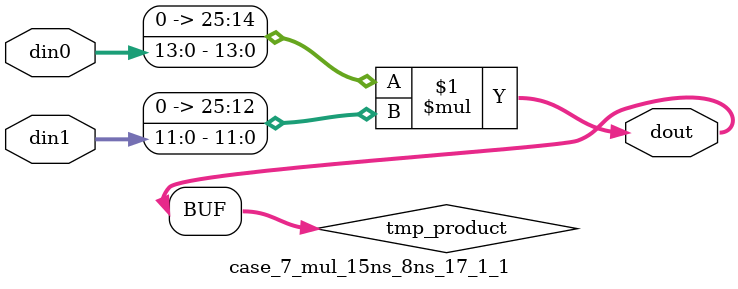
<source format=v>

`timescale 1 ns / 1 ps

 (* use_dsp = "no" *)  module case_7_mul_15ns_8ns_17_1_1(din0, din1, dout);
parameter ID = 1;
parameter NUM_STAGE = 0;
parameter din0_WIDTH = 14;
parameter din1_WIDTH = 12;
parameter dout_WIDTH = 26;

input [din0_WIDTH - 1 : 0] din0; 
input [din1_WIDTH - 1 : 0] din1; 
output [dout_WIDTH - 1 : 0] dout;

wire signed [dout_WIDTH - 1 : 0] tmp_product;
























assign tmp_product = $signed({1'b0, din0}) * $signed({1'b0, din1});











assign dout = tmp_product;





















endmodule

</source>
